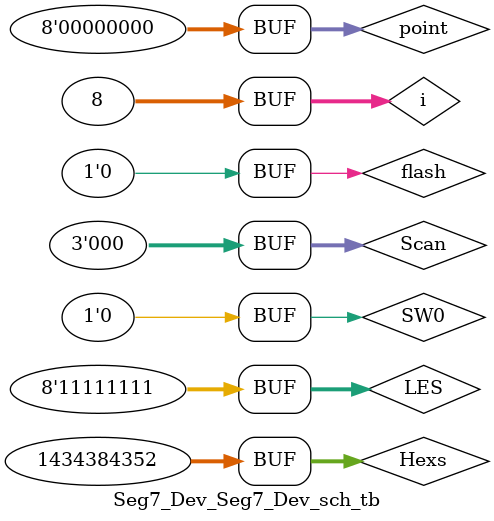
<source format=v>

`timescale 1ns / 1ps

module Seg7_Dev_Seg7_Dev_sch_tb();

// Inputs
   reg flash;
   reg [2:0] Scan;
   reg [31:0] Hexs;
   reg [7:0] point;
   reg [7:0] LES;
   reg SW0;

// Output
   wire [3:0] AN;
   wire [7:0] SEGMENT;

// Bidirs

// Instantiate the UUT
   Seg7_Dev UUT (
		.flash(flash), 
		.AN(AN), 
		.Scan(Scan), 
		.Hexs(Hexs), 
		.point(point), 
		.LES(LES), 
		.SW0(SW0), 
		.SEGMENT(SEGMENT)
   );
// Initialize Inputs
	integer i;
   initial begin
		flash = 0;
		Scan = 0;
		Hexs = 32'h12345678;
		point = 0;
		LES = 8'b11111111;
		SW0 = 1;
		for (i = 0; i < 8; i = i + 1)
		begin
			#50;
			Scan = Scan + 1;
		end
		SW0 = 0;
		Hexs = 32'h557EF7E0;
		for (i = 0; i < 8; i = i + 1)
		begin
			#50;
			Scan = Scan + 1;
		end
	end
endmodule

</source>
